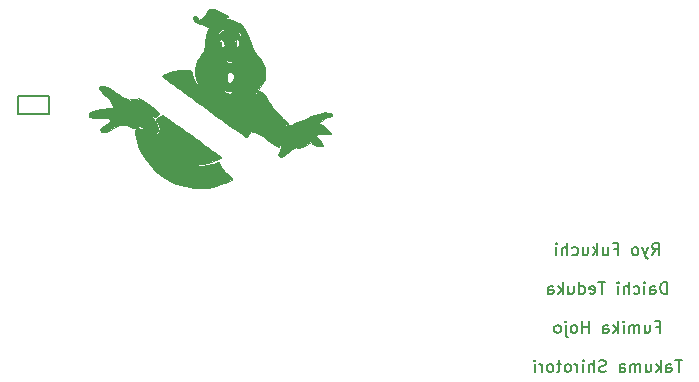
<source format=gbo>
G04 #@! TF.GenerationSoftware,KiCad,Pcbnew,5.0.2-bee76a0~70~ubuntu18.04.1*
G04 #@! TF.CreationDate,2019-10-12T02:21:46+09:00*
G04 #@! TF.ProjectId,RPi_Hat,5250695f-4861-4742-9e6b-696361645f70,rev?*
G04 #@! TF.SameCoordinates,Original*
G04 #@! TF.FileFunction,Legend,Bot*
G04 #@! TF.FilePolarity,Positive*
%FSLAX46Y46*%
G04 Gerber Fmt 4.6, Leading zero omitted, Abs format (unit mm)*
G04 Created by KiCad (PCBNEW 5.0.2-bee76a0~70~ubuntu18.04.1) date 2019年10月12日 02時21分46秒*
%MOMM*%
%LPD*%
G01*
G04 APERTURE LIST*
%ADD10C,0.150000*%
%ADD11C,0.200000*%
%ADD12C,0.010000*%
G04 APERTURE END LIST*
D10*
X80279404Y-54620880D02*
X80612738Y-54144690D01*
X80850833Y-54620880D02*
X80850833Y-53620880D01*
X80469880Y-53620880D01*
X80374642Y-53668500D01*
X80327023Y-53716119D01*
X80279404Y-53811357D01*
X80279404Y-53954214D01*
X80327023Y-54049452D01*
X80374642Y-54097071D01*
X80469880Y-54144690D01*
X80850833Y-54144690D01*
X79946071Y-53954214D02*
X79707976Y-54620880D01*
X79469880Y-53954214D02*
X79707976Y-54620880D01*
X79803214Y-54858976D01*
X79850833Y-54906595D01*
X79946071Y-54954214D01*
X78946071Y-54620880D02*
X79041309Y-54573261D01*
X79088928Y-54525642D01*
X79136547Y-54430404D01*
X79136547Y-54144690D01*
X79088928Y-54049452D01*
X79041309Y-54001833D01*
X78946071Y-53954214D01*
X78803214Y-53954214D01*
X78707976Y-54001833D01*
X78660357Y-54049452D01*
X78612738Y-54144690D01*
X78612738Y-54430404D01*
X78660357Y-54525642D01*
X78707976Y-54573261D01*
X78803214Y-54620880D01*
X78946071Y-54620880D01*
X77088928Y-54097071D02*
X77422261Y-54097071D01*
X77422261Y-54620880D02*
X77422261Y-53620880D01*
X76946071Y-53620880D01*
X76136547Y-53954214D02*
X76136547Y-54620880D01*
X76565119Y-53954214D02*
X76565119Y-54478023D01*
X76517500Y-54573261D01*
X76422261Y-54620880D01*
X76279404Y-54620880D01*
X76184166Y-54573261D01*
X76136547Y-54525642D01*
X75660357Y-54620880D02*
X75660357Y-53620880D01*
X75565119Y-54239928D02*
X75279404Y-54620880D01*
X75279404Y-53954214D02*
X75660357Y-54335166D01*
X74422261Y-53954214D02*
X74422261Y-54620880D01*
X74850833Y-53954214D02*
X74850833Y-54478023D01*
X74803214Y-54573261D01*
X74707976Y-54620880D01*
X74565119Y-54620880D01*
X74469880Y-54573261D01*
X74422261Y-54525642D01*
X73517500Y-54573261D02*
X73612738Y-54620880D01*
X73803214Y-54620880D01*
X73898452Y-54573261D01*
X73946071Y-54525642D01*
X73993690Y-54430404D01*
X73993690Y-54144690D01*
X73946071Y-54049452D01*
X73898452Y-54001833D01*
X73803214Y-53954214D01*
X73612738Y-53954214D01*
X73517500Y-54001833D01*
X73088928Y-54620880D02*
X73088928Y-53620880D01*
X72660357Y-54620880D02*
X72660357Y-54097071D01*
X72707976Y-54001833D01*
X72803214Y-53954214D01*
X72946071Y-53954214D01*
X73041309Y-54001833D01*
X73088928Y-54049452D01*
X72184166Y-54620880D02*
X72184166Y-53954214D01*
X72184166Y-53620880D02*
X72231785Y-53668500D01*
X72184166Y-53716119D01*
X72136547Y-53668500D01*
X72184166Y-53620880D01*
X72184166Y-53716119D01*
X81541309Y-57920880D02*
X81541309Y-56920880D01*
X81303214Y-56920880D01*
X81160357Y-56968500D01*
X81065119Y-57063738D01*
X81017500Y-57158976D01*
X80969880Y-57349452D01*
X80969880Y-57492309D01*
X81017500Y-57682785D01*
X81065119Y-57778023D01*
X81160357Y-57873261D01*
X81303214Y-57920880D01*
X81541309Y-57920880D01*
X80112738Y-57920880D02*
X80112738Y-57397071D01*
X80160357Y-57301833D01*
X80255595Y-57254214D01*
X80446071Y-57254214D01*
X80541309Y-57301833D01*
X80112738Y-57873261D02*
X80207976Y-57920880D01*
X80446071Y-57920880D01*
X80541309Y-57873261D01*
X80588928Y-57778023D01*
X80588928Y-57682785D01*
X80541309Y-57587547D01*
X80446071Y-57539928D01*
X80207976Y-57539928D01*
X80112738Y-57492309D01*
X79636547Y-57920880D02*
X79636547Y-57254214D01*
X79636547Y-56920880D02*
X79684166Y-56968500D01*
X79636547Y-57016119D01*
X79588928Y-56968500D01*
X79636547Y-56920880D01*
X79636547Y-57016119D01*
X78731785Y-57873261D02*
X78827023Y-57920880D01*
X79017500Y-57920880D01*
X79112738Y-57873261D01*
X79160357Y-57825642D01*
X79207976Y-57730404D01*
X79207976Y-57444690D01*
X79160357Y-57349452D01*
X79112738Y-57301833D01*
X79017500Y-57254214D01*
X78827023Y-57254214D01*
X78731785Y-57301833D01*
X78303214Y-57920880D02*
X78303214Y-56920880D01*
X77874642Y-57920880D02*
X77874642Y-57397071D01*
X77922261Y-57301833D01*
X78017500Y-57254214D01*
X78160357Y-57254214D01*
X78255595Y-57301833D01*
X78303214Y-57349452D01*
X77398452Y-57920880D02*
X77398452Y-57254214D01*
X77398452Y-56920880D02*
X77446071Y-56968500D01*
X77398452Y-57016119D01*
X77350833Y-56968500D01*
X77398452Y-56920880D01*
X77398452Y-57016119D01*
X76303214Y-56920880D02*
X75731785Y-56920880D01*
X76017500Y-57920880D02*
X76017500Y-56920880D01*
X75017500Y-57873261D02*
X75112738Y-57920880D01*
X75303214Y-57920880D01*
X75398452Y-57873261D01*
X75446071Y-57778023D01*
X75446071Y-57397071D01*
X75398452Y-57301833D01*
X75303214Y-57254214D01*
X75112738Y-57254214D01*
X75017500Y-57301833D01*
X74969880Y-57397071D01*
X74969880Y-57492309D01*
X75446071Y-57587547D01*
X74112738Y-57920880D02*
X74112738Y-56920880D01*
X74112738Y-57873261D02*
X74207976Y-57920880D01*
X74398452Y-57920880D01*
X74493690Y-57873261D01*
X74541309Y-57825642D01*
X74588928Y-57730404D01*
X74588928Y-57444690D01*
X74541309Y-57349452D01*
X74493690Y-57301833D01*
X74398452Y-57254214D01*
X74207976Y-57254214D01*
X74112738Y-57301833D01*
X73207976Y-57254214D02*
X73207976Y-57920880D01*
X73636547Y-57254214D02*
X73636547Y-57778023D01*
X73588928Y-57873261D01*
X73493690Y-57920880D01*
X73350833Y-57920880D01*
X73255595Y-57873261D01*
X73207976Y-57825642D01*
X72731785Y-57920880D02*
X72731785Y-56920880D01*
X72636547Y-57539928D02*
X72350833Y-57920880D01*
X72350833Y-57254214D02*
X72731785Y-57635166D01*
X71493690Y-57920880D02*
X71493690Y-57397071D01*
X71541309Y-57301833D01*
X71636547Y-57254214D01*
X71827023Y-57254214D01*
X71922261Y-57301833D01*
X71493690Y-57873261D02*
X71588928Y-57920880D01*
X71827023Y-57920880D01*
X71922261Y-57873261D01*
X71969880Y-57778023D01*
X71969880Y-57682785D01*
X71922261Y-57587547D01*
X71827023Y-57539928D01*
X71588928Y-57539928D01*
X71493690Y-57492309D01*
X80636547Y-60697071D02*
X80969880Y-60697071D01*
X80969880Y-61220880D02*
X80969880Y-60220880D01*
X80493690Y-60220880D01*
X79684166Y-60554214D02*
X79684166Y-61220880D01*
X80112738Y-60554214D02*
X80112738Y-61078023D01*
X80065119Y-61173261D01*
X79969880Y-61220880D01*
X79827023Y-61220880D01*
X79731785Y-61173261D01*
X79684166Y-61125642D01*
X79207976Y-61220880D02*
X79207976Y-60554214D01*
X79207976Y-60649452D02*
X79160357Y-60601833D01*
X79065119Y-60554214D01*
X78922261Y-60554214D01*
X78827023Y-60601833D01*
X78779404Y-60697071D01*
X78779404Y-61220880D01*
X78779404Y-60697071D02*
X78731785Y-60601833D01*
X78636547Y-60554214D01*
X78493690Y-60554214D01*
X78398452Y-60601833D01*
X78350833Y-60697071D01*
X78350833Y-61220880D01*
X77874642Y-61220880D02*
X77874642Y-60554214D01*
X77874642Y-60220880D02*
X77922261Y-60268500D01*
X77874642Y-60316119D01*
X77827023Y-60268500D01*
X77874642Y-60220880D01*
X77874642Y-60316119D01*
X77398452Y-61220880D02*
X77398452Y-60220880D01*
X77303214Y-60839928D02*
X77017500Y-61220880D01*
X77017500Y-60554214D02*
X77398452Y-60935166D01*
X76160357Y-61220880D02*
X76160357Y-60697071D01*
X76207976Y-60601833D01*
X76303214Y-60554214D01*
X76493690Y-60554214D01*
X76588928Y-60601833D01*
X76160357Y-61173261D02*
X76255595Y-61220880D01*
X76493690Y-61220880D01*
X76588928Y-61173261D01*
X76636547Y-61078023D01*
X76636547Y-60982785D01*
X76588928Y-60887547D01*
X76493690Y-60839928D01*
X76255595Y-60839928D01*
X76160357Y-60792309D01*
X74922261Y-61220880D02*
X74922261Y-60220880D01*
X74922261Y-60697071D02*
X74350833Y-60697071D01*
X74350833Y-61220880D02*
X74350833Y-60220880D01*
X73731785Y-61220880D02*
X73827023Y-61173261D01*
X73874642Y-61125642D01*
X73922261Y-61030404D01*
X73922261Y-60744690D01*
X73874642Y-60649452D01*
X73827023Y-60601833D01*
X73731785Y-60554214D01*
X73588928Y-60554214D01*
X73493690Y-60601833D01*
X73446071Y-60649452D01*
X73398452Y-60744690D01*
X73398452Y-61030404D01*
X73446071Y-61125642D01*
X73493690Y-61173261D01*
X73588928Y-61220880D01*
X73731785Y-61220880D01*
X72969880Y-60554214D02*
X72969880Y-61411357D01*
X73017500Y-61506595D01*
X73112738Y-61554214D01*
X73160357Y-61554214D01*
X72969880Y-60220880D02*
X73017500Y-60268500D01*
X72969880Y-60316119D01*
X72922261Y-60268500D01*
X72969880Y-60220880D01*
X72969880Y-60316119D01*
X72350833Y-61220880D02*
X72446071Y-61173261D01*
X72493690Y-61125642D01*
X72541309Y-61030404D01*
X72541309Y-60744690D01*
X72493690Y-60649452D01*
X72446071Y-60601833D01*
X72350833Y-60554214D01*
X72207976Y-60554214D01*
X72112738Y-60601833D01*
X72065119Y-60649452D01*
X72017500Y-60744690D01*
X72017500Y-61030404D01*
X72065119Y-61125642D01*
X72112738Y-61173261D01*
X72207976Y-61220880D01*
X72350833Y-61220880D01*
X82827023Y-63520880D02*
X82255595Y-63520880D01*
X82541309Y-64520880D02*
X82541309Y-63520880D01*
X81493690Y-64520880D02*
X81493690Y-63997071D01*
X81541309Y-63901833D01*
X81636547Y-63854214D01*
X81827023Y-63854214D01*
X81922261Y-63901833D01*
X81493690Y-64473261D02*
X81588928Y-64520880D01*
X81827023Y-64520880D01*
X81922261Y-64473261D01*
X81969880Y-64378023D01*
X81969880Y-64282785D01*
X81922261Y-64187547D01*
X81827023Y-64139928D01*
X81588928Y-64139928D01*
X81493690Y-64092309D01*
X81017500Y-64520880D02*
X81017500Y-63520880D01*
X80922261Y-64139928D02*
X80636547Y-64520880D01*
X80636547Y-63854214D02*
X81017500Y-64235166D01*
X79779404Y-63854214D02*
X79779404Y-64520880D01*
X80207976Y-63854214D02*
X80207976Y-64378023D01*
X80160357Y-64473261D01*
X80065119Y-64520880D01*
X79922261Y-64520880D01*
X79827023Y-64473261D01*
X79779404Y-64425642D01*
X79303214Y-64520880D02*
X79303214Y-63854214D01*
X79303214Y-63949452D02*
X79255595Y-63901833D01*
X79160357Y-63854214D01*
X79017500Y-63854214D01*
X78922261Y-63901833D01*
X78874642Y-63997071D01*
X78874642Y-64520880D01*
X78874642Y-63997071D02*
X78827023Y-63901833D01*
X78731785Y-63854214D01*
X78588928Y-63854214D01*
X78493690Y-63901833D01*
X78446071Y-63997071D01*
X78446071Y-64520880D01*
X77541309Y-64520880D02*
X77541309Y-63997071D01*
X77588928Y-63901833D01*
X77684166Y-63854214D01*
X77874642Y-63854214D01*
X77969880Y-63901833D01*
X77541309Y-64473261D02*
X77636547Y-64520880D01*
X77874642Y-64520880D01*
X77969880Y-64473261D01*
X78017500Y-64378023D01*
X78017500Y-64282785D01*
X77969880Y-64187547D01*
X77874642Y-64139928D01*
X77636547Y-64139928D01*
X77541309Y-64092309D01*
X76350833Y-64473261D02*
X76207976Y-64520880D01*
X75969880Y-64520880D01*
X75874642Y-64473261D01*
X75827023Y-64425642D01*
X75779404Y-64330404D01*
X75779404Y-64235166D01*
X75827023Y-64139928D01*
X75874642Y-64092309D01*
X75969880Y-64044690D01*
X76160357Y-63997071D01*
X76255595Y-63949452D01*
X76303214Y-63901833D01*
X76350833Y-63806595D01*
X76350833Y-63711357D01*
X76303214Y-63616119D01*
X76255595Y-63568500D01*
X76160357Y-63520880D01*
X75922261Y-63520880D01*
X75779404Y-63568500D01*
X75350833Y-64520880D02*
X75350833Y-63520880D01*
X74922261Y-64520880D02*
X74922261Y-63997071D01*
X74969880Y-63901833D01*
X75065119Y-63854214D01*
X75207976Y-63854214D01*
X75303214Y-63901833D01*
X75350833Y-63949452D01*
X74446071Y-64520880D02*
X74446071Y-63854214D01*
X74446071Y-63520880D02*
X74493690Y-63568500D01*
X74446071Y-63616119D01*
X74398452Y-63568500D01*
X74446071Y-63520880D01*
X74446071Y-63616119D01*
X73969880Y-64520880D02*
X73969880Y-63854214D01*
X73969880Y-64044690D02*
X73922261Y-63949452D01*
X73874642Y-63901833D01*
X73779404Y-63854214D01*
X73684166Y-63854214D01*
X73207976Y-64520880D02*
X73303214Y-64473261D01*
X73350833Y-64425642D01*
X73398452Y-64330404D01*
X73398452Y-64044690D01*
X73350833Y-63949452D01*
X73303214Y-63901833D01*
X73207976Y-63854214D01*
X73065119Y-63854214D01*
X72969880Y-63901833D01*
X72922261Y-63949452D01*
X72874642Y-64044690D01*
X72874642Y-64330404D01*
X72922261Y-64425642D01*
X72969880Y-64473261D01*
X73065119Y-64520880D01*
X73207976Y-64520880D01*
X72588928Y-63854214D02*
X72207976Y-63854214D01*
X72446071Y-63520880D02*
X72446071Y-64378023D01*
X72398452Y-64473261D01*
X72303214Y-64520880D01*
X72207976Y-64520880D01*
X71731785Y-64520880D02*
X71827023Y-64473261D01*
X71874642Y-64425642D01*
X71922261Y-64330404D01*
X71922261Y-64044690D01*
X71874642Y-63949452D01*
X71827023Y-63901833D01*
X71731785Y-63854214D01*
X71588928Y-63854214D01*
X71493690Y-63901833D01*
X71446071Y-63949452D01*
X71398452Y-64044690D01*
X71398452Y-64330404D01*
X71446071Y-64425642D01*
X71493690Y-64473261D01*
X71588928Y-64520880D01*
X71731785Y-64520880D01*
X70969880Y-64520880D02*
X70969880Y-63854214D01*
X70969880Y-64044690D02*
X70922261Y-63949452D01*
X70874642Y-63901833D01*
X70779404Y-63854214D01*
X70684166Y-63854214D01*
X70350833Y-64520880D02*
X70350833Y-63854214D01*
X70350833Y-63520880D02*
X70398452Y-63568500D01*
X70350833Y-63616119D01*
X70303214Y-63568500D01*
X70350833Y-63520880D01*
X70350833Y-63616119D01*
D11*
G04 #@! TO.C,JP1*
X26590000Y-42646600D02*
X26590000Y-41122600D01*
X26590000Y-41122600D02*
X29190000Y-41122600D01*
X29190000Y-42646600D02*
X26590000Y-42646600D01*
X29190000Y-41122600D02*
X29190000Y-42646600D01*
D12*
G04 #@! TO.C,G\002A\002A\002A*
G36*
X33521006Y-40328216D02*
X33453923Y-40411969D01*
X33453566Y-40509508D01*
X33526978Y-40634500D01*
X33681202Y-40800612D01*
X33840484Y-40948200D01*
X34135414Y-41238203D01*
X34372871Y-41524270D01*
X34546631Y-41794278D01*
X34650468Y-42036101D01*
X34678158Y-42237616D01*
X34623476Y-42386696D01*
X34594104Y-42416118D01*
X34540149Y-42448965D01*
X34528990Y-42406033D01*
X34546494Y-42301247D01*
X34564889Y-42177946D01*
X34538637Y-42137635D01*
X34449800Y-42153622D01*
X34447682Y-42154215D01*
X34338225Y-42176932D01*
X34145554Y-42209347D01*
X33898433Y-42246852D01*
X33667900Y-42279174D01*
X33253651Y-42347371D01*
X32945670Y-42427293D01*
X32737673Y-42521963D01*
X32623374Y-42634408D01*
X32596489Y-42767651D01*
X32600242Y-42793018D01*
X32651671Y-42900149D01*
X32765953Y-42971655D01*
X32955870Y-43010656D01*
X33234200Y-43020269D01*
X33493403Y-43010915D01*
X33766781Y-42998328D01*
X33955040Y-42998020D01*
X34085563Y-43012903D01*
X34185732Y-43045894D01*
X34273295Y-43093927D01*
X34460520Y-43209308D01*
X34273295Y-43372251D01*
X34114311Y-43504876D01*
X33922892Y-43656897D01*
X33832070Y-43726431D01*
X33662416Y-43875545D01*
X33585704Y-44002123D01*
X33578070Y-44055908D01*
X33594678Y-44149838D01*
X33665908Y-44194639D01*
X33785770Y-44211429D01*
X33927447Y-44206781D01*
X34089509Y-44164747D01*
X34290459Y-44077551D01*
X34548800Y-43937418D01*
X34812334Y-43780071D01*
X35140671Y-43623632D01*
X35454216Y-43573462D01*
X35773866Y-43628734D01*
X36017415Y-43732266D01*
X36339791Y-43854756D01*
X36567749Y-43883703D01*
X36744945Y-43871530D01*
X36814810Y-43836686D01*
X36775738Y-43781676D01*
X36668403Y-43726296D01*
X36573934Y-43683814D01*
X36572273Y-43669847D01*
X36671831Y-43677668D01*
X36722259Y-43683209D01*
X36869155Y-43724039D01*
X37074258Y-43812471D01*
X37302339Y-43932760D01*
X37370105Y-43972782D01*
X37721820Y-44161007D01*
X38007533Y-44258704D01*
X38226865Y-44265790D01*
X38371825Y-44190106D01*
X38445212Y-44043897D01*
X38454498Y-43841375D01*
X38404188Y-43615875D01*
X38298791Y-43400732D01*
X38257362Y-43343516D01*
X38105327Y-43148861D01*
X38013834Y-43019586D01*
X37971354Y-42934184D01*
X37966357Y-42871146D01*
X37980041Y-42826176D01*
X38014472Y-42765492D01*
X38047420Y-42800915D01*
X38070532Y-42857092D01*
X38109293Y-42940720D01*
X38158973Y-42955676D01*
X38257837Y-42906784D01*
X38294444Y-42885314D01*
X38471483Y-42774208D01*
X38564217Y-42685290D01*
X38570448Y-42599137D01*
X38487977Y-42496324D01*
X38314609Y-42357427D01*
X38227483Y-42293363D01*
X37825167Y-42000892D01*
X37504436Y-41769915D01*
X37256395Y-41594421D01*
X37072148Y-41468396D01*
X36942800Y-41385827D01*
X36859456Y-41340701D01*
X36813222Y-41327005D01*
X36801888Y-41329650D01*
X36807082Y-41373994D01*
X36886555Y-41434413D01*
X36962733Y-41489247D01*
X36932146Y-41509833D01*
X36795590Y-41496188D01*
X36553864Y-41448328D01*
X36453603Y-41425598D01*
X36228619Y-41380181D01*
X36090945Y-41366697D01*
X36046566Y-41383774D01*
X36101469Y-41430043D01*
X36208306Y-41481738D01*
X36306351Y-41534102D01*
X36319715Y-41564450D01*
X36302120Y-41567271D01*
X36124380Y-41535720D01*
X35882955Y-41441972D01*
X35600354Y-41296732D01*
X35299087Y-41110704D01*
X35202545Y-41044399D01*
X34803575Y-40778845D01*
X34438019Y-40566132D01*
X34116223Y-40410665D01*
X33848534Y-40316852D01*
X33645298Y-40289099D01*
X33521006Y-40328216D01*
X33521006Y-40328216D01*
G37*
X33521006Y-40328216D02*
X33453923Y-40411969D01*
X33453566Y-40509508D01*
X33526978Y-40634500D01*
X33681202Y-40800612D01*
X33840484Y-40948200D01*
X34135414Y-41238203D01*
X34372871Y-41524270D01*
X34546631Y-41794278D01*
X34650468Y-42036101D01*
X34678158Y-42237616D01*
X34623476Y-42386696D01*
X34594104Y-42416118D01*
X34540149Y-42448965D01*
X34528990Y-42406033D01*
X34546494Y-42301247D01*
X34564889Y-42177946D01*
X34538637Y-42137635D01*
X34449800Y-42153622D01*
X34447682Y-42154215D01*
X34338225Y-42176932D01*
X34145554Y-42209347D01*
X33898433Y-42246852D01*
X33667900Y-42279174D01*
X33253651Y-42347371D01*
X32945670Y-42427293D01*
X32737673Y-42521963D01*
X32623374Y-42634408D01*
X32596489Y-42767651D01*
X32600242Y-42793018D01*
X32651671Y-42900149D01*
X32765953Y-42971655D01*
X32955870Y-43010656D01*
X33234200Y-43020269D01*
X33493403Y-43010915D01*
X33766781Y-42998328D01*
X33955040Y-42998020D01*
X34085563Y-43012903D01*
X34185732Y-43045894D01*
X34273295Y-43093927D01*
X34460520Y-43209308D01*
X34273295Y-43372251D01*
X34114311Y-43504876D01*
X33922892Y-43656897D01*
X33832070Y-43726431D01*
X33662416Y-43875545D01*
X33585704Y-44002123D01*
X33578070Y-44055908D01*
X33594678Y-44149838D01*
X33665908Y-44194639D01*
X33785770Y-44211429D01*
X33927447Y-44206781D01*
X34089509Y-44164747D01*
X34290459Y-44077551D01*
X34548800Y-43937418D01*
X34812334Y-43780071D01*
X35140671Y-43623632D01*
X35454216Y-43573462D01*
X35773866Y-43628734D01*
X36017415Y-43732266D01*
X36339791Y-43854756D01*
X36567749Y-43883703D01*
X36744945Y-43871530D01*
X36814810Y-43836686D01*
X36775738Y-43781676D01*
X36668403Y-43726296D01*
X36573934Y-43683814D01*
X36572273Y-43669847D01*
X36671831Y-43677668D01*
X36722259Y-43683209D01*
X36869155Y-43724039D01*
X37074258Y-43812471D01*
X37302339Y-43932760D01*
X37370105Y-43972782D01*
X37721820Y-44161007D01*
X38007533Y-44258704D01*
X38226865Y-44265790D01*
X38371825Y-44190106D01*
X38445212Y-44043897D01*
X38454498Y-43841375D01*
X38404188Y-43615875D01*
X38298791Y-43400732D01*
X38257362Y-43343516D01*
X38105327Y-43148861D01*
X38013834Y-43019586D01*
X37971354Y-42934184D01*
X37966357Y-42871146D01*
X37980041Y-42826176D01*
X38014472Y-42765492D01*
X38047420Y-42800915D01*
X38070532Y-42857092D01*
X38109293Y-42940720D01*
X38158973Y-42955676D01*
X38257837Y-42906784D01*
X38294444Y-42885314D01*
X38471483Y-42774208D01*
X38564217Y-42685290D01*
X38570448Y-42599137D01*
X38487977Y-42496324D01*
X38314609Y-42357427D01*
X38227483Y-42293363D01*
X37825167Y-42000892D01*
X37504436Y-41769915D01*
X37256395Y-41594421D01*
X37072148Y-41468396D01*
X36942800Y-41385827D01*
X36859456Y-41340701D01*
X36813222Y-41327005D01*
X36801888Y-41329650D01*
X36807082Y-41373994D01*
X36886555Y-41434413D01*
X36962733Y-41489247D01*
X36932146Y-41509833D01*
X36795590Y-41496188D01*
X36553864Y-41448328D01*
X36453603Y-41425598D01*
X36228619Y-41380181D01*
X36090945Y-41366697D01*
X36046566Y-41383774D01*
X36101469Y-41430043D01*
X36208306Y-41481738D01*
X36306351Y-41534102D01*
X36319715Y-41564450D01*
X36302120Y-41567271D01*
X36124380Y-41535720D01*
X35882955Y-41441972D01*
X35600354Y-41296732D01*
X35299087Y-41110704D01*
X35202545Y-41044399D01*
X34803575Y-40778845D01*
X34438019Y-40566132D01*
X34116223Y-40410665D01*
X33848534Y-40316852D01*
X33645298Y-40289099D01*
X33521006Y-40328216D01*
G36*
X42837408Y-33812002D02*
X42726566Y-33891346D01*
X42607453Y-34039549D01*
X42492695Y-34212911D01*
X42276752Y-34479015D01*
X42070116Y-34628264D01*
X41929858Y-34697373D01*
X41867040Y-34715152D01*
X41859123Y-34682704D01*
X41871871Y-34637943D01*
X41870467Y-34548224D01*
X41783480Y-34479447D01*
X41736746Y-34458497D01*
X41549518Y-34410973D01*
X41436160Y-34443118D01*
X41405702Y-34542195D01*
X41467172Y-34695465D01*
X41517991Y-34767153D01*
X41716615Y-34938938D01*
X41973987Y-35049170D01*
X42186600Y-35078369D01*
X42385115Y-35132237D01*
X42505253Y-35223311D01*
X42604799Y-35315886D01*
X42669449Y-35334152D01*
X42743530Y-35284221D01*
X42770799Y-35259930D01*
X42923135Y-35131954D01*
X43000993Y-35087167D01*
X43004118Y-35123701D01*
X42932256Y-35239688D01*
X42793048Y-35423343D01*
X42609861Y-35740762D01*
X42499775Y-36134715D01*
X42466227Y-36540784D01*
X42429375Y-36938125D01*
X42315815Y-37309391D01*
X42114795Y-37685104D01*
X42007006Y-37844147D01*
X41775903Y-38214917D01*
X41634979Y-38564286D01*
X41574357Y-38923131D01*
X41574426Y-39196712D01*
X41593772Y-39404469D01*
X41633238Y-39588018D01*
X41704324Y-39784229D01*
X41818529Y-40029969D01*
X41860602Y-40114267D01*
X42124534Y-40638147D01*
X41915302Y-40406769D01*
X41639158Y-40024665D01*
X41439538Y-39586107D01*
X41365276Y-39313371D01*
X41324688Y-39135890D01*
X41278414Y-39037834D01*
X41201206Y-38987451D01*
X41081052Y-38955882D01*
X40850366Y-38930641D01*
X40551591Y-38933375D01*
X40225175Y-38961007D01*
X39911562Y-39010463D01*
X39708153Y-39060304D01*
X39487337Y-39134709D01*
X39264229Y-39223411D01*
X39062753Y-39315093D01*
X38906830Y-39398435D01*
X38820384Y-39462121D01*
X38811132Y-39484698D01*
X38860006Y-39529992D01*
X38986680Y-39629899D01*
X39176907Y-39773674D01*
X39416443Y-39950570D01*
X39691043Y-40149843D01*
X39730514Y-40178226D01*
X40018779Y-40385585D01*
X40283895Y-40576861D01*
X40508984Y-40739831D01*
X40677167Y-40862274D01*
X40771566Y-40931968D01*
X40774736Y-40934374D01*
X40856129Y-40994639D01*
X41015746Y-41111297D01*
X41243397Y-41276981D01*
X41528892Y-41484320D01*
X41862040Y-41725947D01*
X42232650Y-41994492D01*
X42630532Y-42282588D01*
X43045495Y-42582866D01*
X43467349Y-42887956D01*
X43885903Y-43190490D01*
X44290966Y-43483101D01*
X44672349Y-43758418D01*
X45019860Y-44009074D01*
X45323308Y-44227699D01*
X45572504Y-44406926D01*
X45757257Y-44539385D01*
X45867375Y-44617708D01*
X45894042Y-44636060D01*
X45968691Y-44619324D01*
X46073150Y-44510983D01*
X46107186Y-44463718D01*
X46252800Y-44250592D01*
X46124324Y-44143532D01*
X45995847Y-44036472D01*
X46249847Y-44074215D01*
X46590360Y-44169413D01*
X46980891Y-44359776D01*
X47415782Y-44642260D01*
X47684150Y-44845551D01*
X47961394Y-45061310D01*
X48174922Y-45215618D01*
X48345599Y-45321786D01*
X48494294Y-45393126D01*
X48602409Y-45431310D01*
X48693751Y-45440763D01*
X48735659Y-45374426D01*
X48746742Y-45311461D01*
X48768068Y-45153703D01*
X48836098Y-45314428D01*
X48867630Y-45416648D01*
X48862933Y-45521816D01*
X48816012Y-45665420D01*
X48751493Y-45815268D01*
X48671613Y-45998386D01*
X48635950Y-46107518D01*
X48641343Y-46171142D01*
X48684633Y-46217740D01*
X48705141Y-46233098D01*
X48815473Y-46296339D01*
X48921412Y-46298742D01*
X49068013Y-46239121D01*
X49100292Y-46222694D01*
X49229864Y-46137641D01*
X49399197Y-46002899D01*
X49551847Y-45866020D01*
X49782918Y-45658171D01*
X49971486Y-45514018D01*
X50107593Y-45439983D01*
X50181276Y-45442487D01*
X50188666Y-45455491D01*
X50262182Y-45513336D01*
X50411920Y-45514473D01*
X50619484Y-45463769D01*
X50866480Y-45366093D01*
X51134513Y-45226311D01*
X51197563Y-45188495D01*
X51391246Y-45078494D01*
X51526403Y-45020238D01*
X51591834Y-45016704D01*
X51576342Y-45070869D01*
X51559796Y-45092233D01*
X51525378Y-45142340D01*
X51532298Y-45182915D01*
X51597944Y-45227517D01*
X51739702Y-45289704D01*
X51889594Y-45349406D01*
X52128795Y-45422341D01*
X52298073Y-45427776D01*
X52388805Y-45366457D01*
X52402106Y-45305121D01*
X52370208Y-45214494D01*
X52286539Y-45066170D01*
X52168833Y-44891404D01*
X52162217Y-44882319D01*
X52031968Y-44711201D01*
X51939755Y-44616326D01*
X51861314Y-44579798D01*
X51772382Y-44583721D01*
X51760409Y-44585951D01*
X51653806Y-44599798D01*
X51638677Y-44573873D01*
X51666147Y-44535666D01*
X51817881Y-44430046D01*
X52047218Y-44365854D01*
X52324346Y-44349787D01*
X52450951Y-44359362D01*
X52715747Y-44389421D01*
X52888823Y-44404477D01*
X52990574Y-44402680D01*
X53041401Y-44382181D01*
X53061701Y-44341130D01*
X53068066Y-44303411D01*
X53046174Y-44214589D01*
X52952990Y-44089538D01*
X52779226Y-43916763D01*
X52691870Y-43837744D01*
X52513531Y-43684948D01*
X52362611Y-43566108D01*
X52261255Y-43498174D01*
X52235776Y-43488592D01*
X52146855Y-43516622D01*
X52020923Y-43584137D01*
X52019306Y-43585154D01*
X51866070Y-43681716D01*
X51978958Y-43544954D01*
X52167427Y-43354324D01*
X52396163Y-43178227D01*
X52634462Y-43035750D01*
X52851616Y-42945979D01*
X52976816Y-42924698D01*
X53091439Y-42886471D01*
X53162208Y-42833500D01*
X53218578Y-42730905D01*
X53177995Y-42646141D01*
X53055641Y-42584020D01*
X52866700Y-42549353D01*
X52626353Y-42546952D01*
X52360888Y-42579554D01*
X52090245Y-42642906D01*
X51776068Y-42743041D01*
X51404703Y-42885158D01*
X50962498Y-43074460D01*
X50471594Y-43299344D01*
X50082214Y-43470763D01*
X49771183Y-43582046D01*
X49524555Y-43638061D01*
X49489156Y-43642322D01*
X49302676Y-43655490D01*
X49213720Y-43644545D01*
X49207741Y-43610282D01*
X49292442Y-43555311D01*
X49357623Y-43545036D01*
X49447597Y-43526276D01*
X49467181Y-43501526D01*
X49429199Y-43447592D01*
X49325423Y-43331446D01*
X49171104Y-43169456D01*
X48981495Y-42977995D01*
X48954441Y-42951192D01*
X48543907Y-42526747D01*
X48215133Y-42143509D01*
X47953628Y-41783696D01*
X47805666Y-41541258D01*
X47662710Y-41320287D01*
X47489993Y-41100405D01*
X47314108Y-40912239D01*
X47161644Y-40786417D01*
X47138164Y-40772438D01*
X47044885Y-40755524D01*
X46924467Y-40809523D01*
X46841831Y-40868273D01*
X46723957Y-40951840D01*
X46653640Y-40989449D01*
X46644958Y-40986798D01*
X46679532Y-40932207D01*
X46771029Y-40816473D01*
X46799582Y-40782696D01*
X44782450Y-40782696D01*
X44739258Y-40849770D01*
X44683514Y-40887626D01*
X44486979Y-40943304D01*
X44276309Y-40913210D01*
X44173962Y-40860724D01*
X44080114Y-40767438D01*
X44048514Y-40691391D01*
X44061305Y-40623944D01*
X44115027Y-40623472D01*
X44232704Y-40691074D01*
X44247806Y-40700920D01*
X44427481Y-40764779D01*
X44584487Y-40754807D01*
X44727617Y-40746692D01*
X44782450Y-40782696D01*
X46799582Y-40782696D01*
X46901110Y-40662594D01*
X46928979Y-40630595D01*
X47103093Y-40408633D01*
X47273254Y-40154297D01*
X47387839Y-39950879D01*
X47477150Y-39758579D01*
X47526880Y-39605954D01*
X47542328Y-39474511D01*
X44888544Y-39474511D01*
X44878598Y-39602597D01*
X44817582Y-39811308D01*
X44710508Y-39962586D01*
X44577568Y-40043283D01*
X44438953Y-40040250D01*
X44329951Y-39959867D01*
X44277643Y-39830192D01*
X44261225Y-39643652D01*
X44281140Y-39450559D01*
X44324333Y-39323667D01*
X44422996Y-39200531D01*
X44501741Y-39141475D01*
X44594137Y-39115963D01*
X44687221Y-39161164D01*
X44761304Y-39229139D01*
X44858608Y-39349224D01*
X44888544Y-39474511D01*
X47542328Y-39474511D01*
X47545526Y-39447303D01*
X47541588Y-39236924D01*
X47536850Y-39149555D01*
X47500073Y-38833681D01*
X47421061Y-38547742D01*
X47287787Y-38264957D01*
X47268334Y-38235088D01*
X44785082Y-38235088D01*
X44730256Y-38310590D01*
X44655292Y-38350388D01*
X44533988Y-38394526D01*
X44457199Y-38391485D01*
X44364428Y-38335512D01*
X44343296Y-38320724D01*
X44248518Y-38213282D01*
X44217847Y-38114420D01*
X44224266Y-38034044D01*
X44262668Y-38039573D01*
X44328510Y-38096132D01*
X44493995Y-38172560D01*
X44610732Y-38171100D01*
X44742868Y-38179047D01*
X44785082Y-38235088D01*
X47268334Y-38235088D01*
X47088222Y-37958544D01*
X46880367Y-37687854D01*
X46690703Y-37438904D01*
X46540834Y-37205335D01*
X46415219Y-36956094D01*
X46298312Y-36660131D01*
X46294291Y-36647984D01*
X45344370Y-36647984D01*
X45330489Y-36813339D01*
X45279236Y-36929465D01*
X45277356Y-36931394D01*
X45169382Y-36995811D01*
X45089170Y-36957383D01*
X45048356Y-36831288D01*
X44095212Y-36831288D01*
X44054077Y-36966252D01*
X44037225Y-36986192D01*
X43974548Y-37043290D01*
X43919563Y-37043580D01*
X43855575Y-37019664D01*
X43789006Y-36940853D01*
X43764690Y-36766189D01*
X43764497Y-36751553D01*
X43760072Y-36609412D01*
X43742555Y-36564173D01*
X43701070Y-36599871D01*
X43679830Y-36627269D01*
X43618460Y-36699531D01*
X43598456Y-36681467D01*
X43596958Y-36637669D01*
X43627189Y-36491441D01*
X43700389Y-36371402D01*
X43790320Y-36320177D01*
X43792403Y-36320147D01*
X43911292Y-36370400D01*
X44010362Y-36496749D01*
X44076154Y-36662583D01*
X44095212Y-36831288D01*
X45048356Y-36831288D01*
X45046213Y-36824668D01*
X45041796Y-36719063D01*
X45041427Y-36572813D01*
X45026167Y-36523139D01*
X44988168Y-36553949D01*
X44971824Y-36575574D01*
X44894455Y-36646360D01*
X44855775Y-36624607D01*
X44875451Y-36529052D01*
X44890548Y-36498137D01*
X44998213Y-36383297D01*
X45136861Y-36338494D01*
X45263184Y-36377533D01*
X45264778Y-36378839D01*
X45322069Y-36485713D01*
X45344370Y-36647984D01*
X46294291Y-36647984D01*
X46174573Y-36286395D01*
X46167490Y-36263703D01*
X46085837Y-36056291D01*
X45496781Y-36056291D01*
X45484351Y-36100027D01*
X45423409Y-36128205D01*
X45363821Y-36079887D01*
X45346736Y-36013983D01*
X45314063Y-35921891D01*
X45234682Y-35797942D01*
X45227412Y-35788564D01*
X45144926Y-35664895D01*
X45143371Y-35612644D01*
X45219917Y-35637423D01*
X45283149Y-35678030D01*
X45392974Y-35789795D01*
X45470941Y-35930052D01*
X45496781Y-36056291D01*
X46085837Y-36056291D01*
X45980918Y-35789781D01*
X45840832Y-35555989D01*
X44009848Y-35555989D01*
X43989747Y-35607385D01*
X43892456Y-35689738D01*
X43815632Y-35745240D01*
X43639271Y-35863859D01*
X43535337Y-35915909D01*
X43489591Y-35907163D01*
X43484070Y-35879664D01*
X43521356Y-35816746D01*
X43615934Y-35708785D01*
X43676217Y-35648055D01*
X43809636Y-35534069D01*
X43903523Y-35498445D01*
X43965446Y-35516147D01*
X44009848Y-35555989D01*
X45840832Y-35555989D01*
X45743515Y-35393576D01*
X45463644Y-35087918D01*
X45338596Y-34991773D01*
X45076263Y-34852241D01*
X44749652Y-34735388D01*
X44407060Y-34655493D01*
X44104138Y-34626814D01*
X43959818Y-34615027D01*
X43904118Y-34583118D01*
X43907403Y-34570369D01*
X43981410Y-34534290D01*
X44121790Y-34514956D01*
X44164734Y-34513925D01*
X44304904Y-34502942D01*
X44382019Y-34475553D01*
X44387181Y-34465106D01*
X44342012Y-34416940D01*
X44220200Y-34325994D01*
X44042288Y-34206924D01*
X43899839Y-34117427D01*
X43617756Y-33954893D01*
X43395599Y-33853328D01*
X43206659Y-33801328D01*
X43138131Y-33792204D01*
X42965942Y-33784596D01*
X42837408Y-33812002D01*
X42837408Y-33812002D01*
G37*
X42837408Y-33812002D02*
X42726566Y-33891346D01*
X42607453Y-34039549D01*
X42492695Y-34212911D01*
X42276752Y-34479015D01*
X42070116Y-34628264D01*
X41929858Y-34697373D01*
X41867040Y-34715152D01*
X41859123Y-34682704D01*
X41871871Y-34637943D01*
X41870467Y-34548224D01*
X41783480Y-34479447D01*
X41736746Y-34458497D01*
X41549518Y-34410973D01*
X41436160Y-34443118D01*
X41405702Y-34542195D01*
X41467172Y-34695465D01*
X41517991Y-34767153D01*
X41716615Y-34938938D01*
X41973987Y-35049170D01*
X42186600Y-35078369D01*
X42385115Y-35132237D01*
X42505253Y-35223311D01*
X42604799Y-35315886D01*
X42669449Y-35334152D01*
X42743530Y-35284221D01*
X42770799Y-35259930D01*
X42923135Y-35131954D01*
X43000993Y-35087167D01*
X43004118Y-35123701D01*
X42932256Y-35239688D01*
X42793048Y-35423343D01*
X42609861Y-35740762D01*
X42499775Y-36134715D01*
X42466227Y-36540784D01*
X42429375Y-36938125D01*
X42315815Y-37309391D01*
X42114795Y-37685104D01*
X42007006Y-37844147D01*
X41775903Y-38214917D01*
X41634979Y-38564286D01*
X41574357Y-38923131D01*
X41574426Y-39196712D01*
X41593772Y-39404469D01*
X41633238Y-39588018D01*
X41704324Y-39784229D01*
X41818529Y-40029969D01*
X41860602Y-40114267D01*
X42124534Y-40638147D01*
X41915302Y-40406769D01*
X41639158Y-40024665D01*
X41439538Y-39586107D01*
X41365276Y-39313371D01*
X41324688Y-39135890D01*
X41278414Y-39037834D01*
X41201206Y-38987451D01*
X41081052Y-38955882D01*
X40850366Y-38930641D01*
X40551591Y-38933375D01*
X40225175Y-38961007D01*
X39911562Y-39010463D01*
X39708153Y-39060304D01*
X39487337Y-39134709D01*
X39264229Y-39223411D01*
X39062753Y-39315093D01*
X38906830Y-39398435D01*
X38820384Y-39462121D01*
X38811132Y-39484698D01*
X38860006Y-39529992D01*
X38986680Y-39629899D01*
X39176907Y-39773674D01*
X39416443Y-39950570D01*
X39691043Y-40149843D01*
X39730514Y-40178226D01*
X40018779Y-40385585D01*
X40283895Y-40576861D01*
X40508984Y-40739831D01*
X40677167Y-40862274D01*
X40771566Y-40931968D01*
X40774736Y-40934374D01*
X40856129Y-40994639D01*
X41015746Y-41111297D01*
X41243397Y-41276981D01*
X41528892Y-41484320D01*
X41862040Y-41725947D01*
X42232650Y-41994492D01*
X42630532Y-42282588D01*
X43045495Y-42582866D01*
X43467349Y-42887956D01*
X43885903Y-43190490D01*
X44290966Y-43483101D01*
X44672349Y-43758418D01*
X45019860Y-44009074D01*
X45323308Y-44227699D01*
X45572504Y-44406926D01*
X45757257Y-44539385D01*
X45867375Y-44617708D01*
X45894042Y-44636060D01*
X45968691Y-44619324D01*
X46073150Y-44510983D01*
X46107186Y-44463718D01*
X46252800Y-44250592D01*
X46124324Y-44143532D01*
X45995847Y-44036472D01*
X46249847Y-44074215D01*
X46590360Y-44169413D01*
X46980891Y-44359776D01*
X47415782Y-44642260D01*
X47684150Y-44845551D01*
X47961394Y-45061310D01*
X48174922Y-45215618D01*
X48345599Y-45321786D01*
X48494294Y-45393126D01*
X48602409Y-45431310D01*
X48693751Y-45440763D01*
X48735659Y-45374426D01*
X48746742Y-45311461D01*
X48768068Y-45153703D01*
X48836098Y-45314428D01*
X48867630Y-45416648D01*
X48862933Y-45521816D01*
X48816012Y-45665420D01*
X48751493Y-45815268D01*
X48671613Y-45998386D01*
X48635950Y-46107518D01*
X48641343Y-46171142D01*
X48684633Y-46217740D01*
X48705141Y-46233098D01*
X48815473Y-46296339D01*
X48921412Y-46298742D01*
X49068013Y-46239121D01*
X49100292Y-46222694D01*
X49229864Y-46137641D01*
X49399197Y-46002899D01*
X49551847Y-45866020D01*
X49782918Y-45658171D01*
X49971486Y-45514018D01*
X50107593Y-45439983D01*
X50181276Y-45442487D01*
X50188666Y-45455491D01*
X50262182Y-45513336D01*
X50411920Y-45514473D01*
X50619484Y-45463769D01*
X50866480Y-45366093D01*
X51134513Y-45226311D01*
X51197563Y-45188495D01*
X51391246Y-45078494D01*
X51526403Y-45020238D01*
X51591834Y-45016704D01*
X51576342Y-45070869D01*
X51559796Y-45092233D01*
X51525378Y-45142340D01*
X51532298Y-45182915D01*
X51597944Y-45227517D01*
X51739702Y-45289704D01*
X51889594Y-45349406D01*
X52128795Y-45422341D01*
X52298073Y-45427776D01*
X52388805Y-45366457D01*
X52402106Y-45305121D01*
X52370208Y-45214494D01*
X52286539Y-45066170D01*
X52168833Y-44891404D01*
X52162217Y-44882319D01*
X52031968Y-44711201D01*
X51939755Y-44616326D01*
X51861314Y-44579798D01*
X51772382Y-44583721D01*
X51760409Y-44585951D01*
X51653806Y-44599798D01*
X51638677Y-44573873D01*
X51666147Y-44535666D01*
X51817881Y-44430046D01*
X52047218Y-44365854D01*
X52324346Y-44349787D01*
X52450951Y-44359362D01*
X52715747Y-44389421D01*
X52888823Y-44404477D01*
X52990574Y-44402680D01*
X53041401Y-44382181D01*
X53061701Y-44341130D01*
X53068066Y-44303411D01*
X53046174Y-44214589D01*
X52952990Y-44089538D01*
X52779226Y-43916763D01*
X52691870Y-43837744D01*
X52513531Y-43684948D01*
X52362611Y-43566108D01*
X52261255Y-43498174D01*
X52235776Y-43488592D01*
X52146855Y-43516622D01*
X52020923Y-43584137D01*
X52019306Y-43585154D01*
X51866070Y-43681716D01*
X51978958Y-43544954D01*
X52167427Y-43354324D01*
X52396163Y-43178227D01*
X52634462Y-43035750D01*
X52851616Y-42945979D01*
X52976816Y-42924698D01*
X53091439Y-42886471D01*
X53162208Y-42833500D01*
X53218578Y-42730905D01*
X53177995Y-42646141D01*
X53055641Y-42584020D01*
X52866700Y-42549353D01*
X52626353Y-42546952D01*
X52360888Y-42579554D01*
X52090245Y-42642906D01*
X51776068Y-42743041D01*
X51404703Y-42885158D01*
X50962498Y-43074460D01*
X50471594Y-43299344D01*
X50082214Y-43470763D01*
X49771183Y-43582046D01*
X49524555Y-43638061D01*
X49489156Y-43642322D01*
X49302676Y-43655490D01*
X49213720Y-43644545D01*
X49207741Y-43610282D01*
X49292442Y-43555311D01*
X49357623Y-43545036D01*
X49447597Y-43526276D01*
X49467181Y-43501526D01*
X49429199Y-43447592D01*
X49325423Y-43331446D01*
X49171104Y-43169456D01*
X48981495Y-42977995D01*
X48954441Y-42951192D01*
X48543907Y-42526747D01*
X48215133Y-42143509D01*
X47953628Y-41783696D01*
X47805666Y-41541258D01*
X47662710Y-41320287D01*
X47489993Y-41100405D01*
X47314108Y-40912239D01*
X47161644Y-40786417D01*
X47138164Y-40772438D01*
X47044885Y-40755524D01*
X46924467Y-40809523D01*
X46841831Y-40868273D01*
X46723957Y-40951840D01*
X46653640Y-40989449D01*
X46644958Y-40986798D01*
X46679532Y-40932207D01*
X46771029Y-40816473D01*
X46799582Y-40782696D01*
X44782450Y-40782696D01*
X44739258Y-40849770D01*
X44683514Y-40887626D01*
X44486979Y-40943304D01*
X44276309Y-40913210D01*
X44173962Y-40860724D01*
X44080114Y-40767438D01*
X44048514Y-40691391D01*
X44061305Y-40623944D01*
X44115027Y-40623472D01*
X44232704Y-40691074D01*
X44247806Y-40700920D01*
X44427481Y-40764779D01*
X44584487Y-40754807D01*
X44727617Y-40746692D01*
X44782450Y-40782696D01*
X46799582Y-40782696D01*
X46901110Y-40662594D01*
X46928979Y-40630595D01*
X47103093Y-40408633D01*
X47273254Y-40154297D01*
X47387839Y-39950879D01*
X47477150Y-39758579D01*
X47526880Y-39605954D01*
X47542328Y-39474511D01*
X44888544Y-39474511D01*
X44878598Y-39602597D01*
X44817582Y-39811308D01*
X44710508Y-39962586D01*
X44577568Y-40043283D01*
X44438953Y-40040250D01*
X44329951Y-39959867D01*
X44277643Y-39830192D01*
X44261225Y-39643652D01*
X44281140Y-39450559D01*
X44324333Y-39323667D01*
X44422996Y-39200531D01*
X44501741Y-39141475D01*
X44594137Y-39115963D01*
X44687221Y-39161164D01*
X44761304Y-39229139D01*
X44858608Y-39349224D01*
X44888544Y-39474511D01*
X47542328Y-39474511D01*
X47545526Y-39447303D01*
X47541588Y-39236924D01*
X47536850Y-39149555D01*
X47500073Y-38833681D01*
X47421061Y-38547742D01*
X47287787Y-38264957D01*
X47268334Y-38235088D01*
X44785082Y-38235088D01*
X44730256Y-38310590D01*
X44655292Y-38350388D01*
X44533988Y-38394526D01*
X44457199Y-38391485D01*
X44364428Y-38335512D01*
X44343296Y-38320724D01*
X44248518Y-38213282D01*
X44217847Y-38114420D01*
X44224266Y-38034044D01*
X44262668Y-38039573D01*
X44328510Y-38096132D01*
X44493995Y-38172560D01*
X44610732Y-38171100D01*
X44742868Y-38179047D01*
X44785082Y-38235088D01*
X47268334Y-38235088D01*
X47088222Y-37958544D01*
X46880367Y-37687854D01*
X46690703Y-37438904D01*
X46540834Y-37205335D01*
X46415219Y-36956094D01*
X46298312Y-36660131D01*
X46294291Y-36647984D01*
X45344370Y-36647984D01*
X45330489Y-36813339D01*
X45279236Y-36929465D01*
X45277356Y-36931394D01*
X45169382Y-36995811D01*
X45089170Y-36957383D01*
X45048356Y-36831288D01*
X44095212Y-36831288D01*
X44054077Y-36966252D01*
X44037225Y-36986192D01*
X43974548Y-37043290D01*
X43919563Y-37043580D01*
X43855575Y-37019664D01*
X43789006Y-36940853D01*
X43764690Y-36766189D01*
X43764497Y-36751553D01*
X43760072Y-36609412D01*
X43742555Y-36564173D01*
X43701070Y-36599871D01*
X43679830Y-36627269D01*
X43618460Y-36699531D01*
X43598456Y-36681467D01*
X43596958Y-36637669D01*
X43627189Y-36491441D01*
X43700389Y-36371402D01*
X43790320Y-36320177D01*
X43792403Y-36320147D01*
X43911292Y-36370400D01*
X44010362Y-36496749D01*
X44076154Y-36662583D01*
X44095212Y-36831288D01*
X45048356Y-36831288D01*
X45046213Y-36824668D01*
X45041796Y-36719063D01*
X45041427Y-36572813D01*
X45026167Y-36523139D01*
X44988168Y-36553949D01*
X44971824Y-36575574D01*
X44894455Y-36646360D01*
X44855775Y-36624607D01*
X44875451Y-36529052D01*
X44890548Y-36498137D01*
X44998213Y-36383297D01*
X45136861Y-36338494D01*
X45263184Y-36377533D01*
X45264778Y-36378839D01*
X45322069Y-36485713D01*
X45344370Y-36647984D01*
X46294291Y-36647984D01*
X46174573Y-36286395D01*
X46167490Y-36263703D01*
X46085837Y-36056291D01*
X45496781Y-36056291D01*
X45484351Y-36100027D01*
X45423409Y-36128205D01*
X45363821Y-36079887D01*
X45346736Y-36013983D01*
X45314063Y-35921891D01*
X45234682Y-35797942D01*
X45227412Y-35788564D01*
X45144926Y-35664895D01*
X45143371Y-35612644D01*
X45219917Y-35637423D01*
X45283149Y-35678030D01*
X45392974Y-35789795D01*
X45470941Y-35930052D01*
X45496781Y-36056291D01*
X46085837Y-36056291D01*
X45980918Y-35789781D01*
X45840832Y-35555989D01*
X44009848Y-35555989D01*
X43989747Y-35607385D01*
X43892456Y-35689738D01*
X43815632Y-35745240D01*
X43639271Y-35863859D01*
X43535337Y-35915909D01*
X43489591Y-35907163D01*
X43484070Y-35879664D01*
X43521356Y-35816746D01*
X43615934Y-35708785D01*
X43676217Y-35648055D01*
X43809636Y-35534069D01*
X43903523Y-35498445D01*
X43965446Y-35516147D01*
X44009848Y-35555989D01*
X45840832Y-35555989D01*
X45743515Y-35393576D01*
X45463644Y-35087918D01*
X45338596Y-34991773D01*
X45076263Y-34852241D01*
X44749652Y-34735388D01*
X44407060Y-34655493D01*
X44104138Y-34626814D01*
X43959818Y-34615027D01*
X43904118Y-34583118D01*
X43907403Y-34570369D01*
X43981410Y-34534290D01*
X44121790Y-34514956D01*
X44164734Y-34513925D01*
X44304904Y-34502942D01*
X44382019Y-34475553D01*
X44387181Y-34465106D01*
X44342012Y-34416940D01*
X44220200Y-34325994D01*
X44042288Y-34206924D01*
X43899839Y-34117427D01*
X43617756Y-33954893D01*
X43395599Y-33853328D01*
X43206659Y-33801328D01*
X43138131Y-33792204D01*
X42965942Y-33784596D01*
X42837408Y-33812002D01*
G36*
X38804883Y-42777907D02*
X38683507Y-42826141D01*
X38541024Y-42900260D01*
X38349948Y-43014194D01*
X38256260Y-43103899D01*
X38251313Y-43183882D01*
X38323125Y-43265903D01*
X38463915Y-43444897D01*
X38553638Y-43682468D01*
X38583401Y-43936217D01*
X38544309Y-44163748D01*
X38521866Y-44213200D01*
X38394452Y-44340897D01*
X38199898Y-44389601D01*
X37950805Y-44360221D01*
X37659775Y-44253669D01*
X37440005Y-44134964D01*
X37251931Y-44025777D01*
X37115506Y-43967917D01*
X36988286Y-43950335D01*
X36827826Y-43961986D01*
X36792103Y-43966339D01*
X36643117Y-43987327D01*
X36547384Y-44019131D01*
X36498690Y-44081619D01*
X36490819Y-44194656D01*
X36517556Y-44378108D01*
X36572685Y-44651841D01*
X36574653Y-44661368D01*
X36776250Y-45372735D01*
X37079306Y-46041139D01*
X37486239Y-46670916D01*
X37999463Y-47266400D01*
X38061376Y-47328866D01*
X38664389Y-47854481D01*
X39314270Y-48277791D01*
X40008617Y-48597749D01*
X40745028Y-48813302D01*
X41521101Y-48923401D01*
X41734292Y-48934812D01*
X42031543Y-48939848D01*
X42322490Y-48935260D01*
X42568116Y-48922141D01*
X42695923Y-48907879D01*
X43003070Y-48845950D01*
X43354748Y-48754581D01*
X43722409Y-48643238D01*
X44077506Y-48521385D01*
X44391492Y-48398487D01*
X44635821Y-48284008D01*
X44713648Y-48238906D01*
X44761594Y-48164457D01*
X44716244Y-48056884D01*
X44574184Y-47910998D01*
X44412528Y-47781151D01*
X44139156Y-47560920D01*
X43944982Y-47367442D01*
X43808513Y-47176430D01*
X43723946Y-47003033D01*
X43657064Y-46860196D01*
X43600981Y-46774038D01*
X43583700Y-46762581D01*
X43514286Y-46777278D01*
X43363485Y-46816789D01*
X43158177Y-46873946D01*
X43052085Y-46904405D01*
X42640419Y-47002470D01*
X42196173Y-47072449D01*
X41760702Y-47109759D01*
X41375361Y-47109817D01*
X41272796Y-47101580D01*
X41142981Y-47086606D01*
X41090530Y-47074762D01*
X41124078Y-47063426D01*
X41252256Y-47049972D01*
X41483698Y-47031776D01*
X41508514Y-47029919D01*
X42231743Y-46933023D01*
X42936651Y-46756468D01*
X43406687Y-46586370D01*
X43613448Y-46498337D01*
X43731662Y-46438427D01*
X43777526Y-46392662D01*
X43767240Y-46347066D01*
X43732786Y-46304975D01*
X43674791Y-46257694D01*
X43535577Y-46151718D01*
X43325379Y-45994532D01*
X43054435Y-45793621D01*
X42732980Y-45556468D01*
X42371251Y-45290559D01*
X41979485Y-45003378D01*
X41567918Y-44702410D01*
X41146786Y-44395138D01*
X40726326Y-44089048D01*
X40316775Y-43791623D01*
X39928368Y-43510349D01*
X39571343Y-43252709D01*
X39255936Y-43026189D01*
X38992383Y-42838272D01*
X38960380Y-42815593D01*
X38886511Y-42776544D01*
X38804883Y-42777907D01*
X38804883Y-42777907D01*
G37*
X38804883Y-42777907D02*
X38683507Y-42826141D01*
X38541024Y-42900260D01*
X38349948Y-43014194D01*
X38256260Y-43103899D01*
X38251313Y-43183882D01*
X38323125Y-43265903D01*
X38463915Y-43444897D01*
X38553638Y-43682468D01*
X38583401Y-43936217D01*
X38544309Y-44163748D01*
X38521866Y-44213200D01*
X38394452Y-44340897D01*
X38199898Y-44389601D01*
X37950805Y-44360221D01*
X37659775Y-44253669D01*
X37440005Y-44134964D01*
X37251931Y-44025777D01*
X37115506Y-43967917D01*
X36988286Y-43950335D01*
X36827826Y-43961986D01*
X36792103Y-43966339D01*
X36643117Y-43987327D01*
X36547384Y-44019131D01*
X36498690Y-44081619D01*
X36490819Y-44194656D01*
X36517556Y-44378108D01*
X36572685Y-44651841D01*
X36574653Y-44661368D01*
X36776250Y-45372735D01*
X37079306Y-46041139D01*
X37486239Y-46670916D01*
X37999463Y-47266400D01*
X38061376Y-47328866D01*
X38664389Y-47854481D01*
X39314270Y-48277791D01*
X40008617Y-48597749D01*
X40745028Y-48813302D01*
X41521101Y-48923401D01*
X41734292Y-48934812D01*
X42031543Y-48939848D01*
X42322490Y-48935260D01*
X42568116Y-48922141D01*
X42695923Y-48907879D01*
X43003070Y-48845950D01*
X43354748Y-48754581D01*
X43722409Y-48643238D01*
X44077506Y-48521385D01*
X44391492Y-48398487D01*
X44635821Y-48284008D01*
X44713648Y-48238906D01*
X44761594Y-48164457D01*
X44716244Y-48056884D01*
X44574184Y-47910998D01*
X44412528Y-47781151D01*
X44139156Y-47560920D01*
X43944982Y-47367442D01*
X43808513Y-47176430D01*
X43723946Y-47003033D01*
X43657064Y-46860196D01*
X43600981Y-46774038D01*
X43583700Y-46762581D01*
X43514286Y-46777278D01*
X43363485Y-46816789D01*
X43158177Y-46873946D01*
X43052085Y-46904405D01*
X42640419Y-47002470D01*
X42196173Y-47072449D01*
X41760702Y-47109759D01*
X41375361Y-47109817D01*
X41272796Y-47101580D01*
X41142981Y-47086606D01*
X41090530Y-47074762D01*
X41124078Y-47063426D01*
X41252256Y-47049972D01*
X41483698Y-47031776D01*
X41508514Y-47029919D01*
X42231743Y-46933023D01*
X42936651Y-46756468D01*
X43406687Y-46586370D01*
X43613448Y-46498337D01*
X43731662Y-46438427D01*
X43777526Y-46392662D01*
X43767240Y-46347066D01*
X43732786Y-46304975D01*
X43674791Y-46257694D01*
X43535577Y-46151718D01*
X43325379Y-45994532D01*
X43054435Y-45793621D01*
X42732980Y-45556468D01*
X42371251Y-45290559D01*
X41979485Y-45003378D01*
X41567918Y-44702410D01*
X41146786Y-44395138D01*
X40726326Y-44089048D01*
X40316775Y-43791623D01*
X39928368Y-43510349D01*
X39571343Y-43252709D01*
X39255936Y-43026189D01*
X38992383Y-42838272D01*
X38960380Y-42815593D01*
X38886511Y-42776544D01*
X38804883Y-42777907D01*
G04 #@! TD*
M02*

</source>
